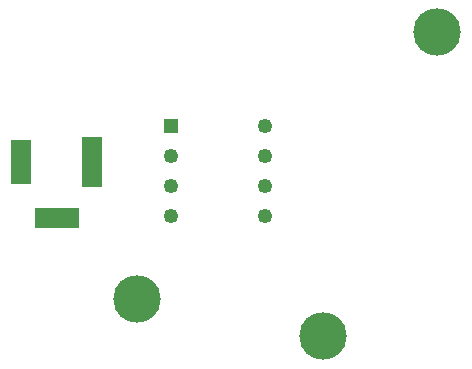
<source format=gbr>
G04*
G04 #@! TF.GenerationSoftware,Altium Limited,Altium Designer,24.8.2 (39)*
G04*
G04 Layer_Color=16711935*
%FSLAX25Y25*%
%MOIN*%
G70*
G04*
G04 #@! TF.SameCoordinates,7DA90572-2472-42F9-BF80-4CDDFEAFDCCF*
G04*
G04*
G04 #@! TF.FilePolarity,Negative*
G04*
G01*
G75*
%ADD31C,0.04921*%
%ADD32R,0.04921X0.04921*%
%ADD33R,0.14580X0.06706*%
%ADD34R,0.06706X0.14580*%
%ADD35R,0.06706X0.16548*%
%ADD36C,0.15800*%
D31*
X399630Y401500D02*
D03*
Y391500D02*
D03*
Y381500D02*
D03*
Y371500D02*
D03*
X368370D02*
D03*
Y381500D02*
D03*
Y391500D02*
D03*
D32*
Y401500D02*
D03*
D33*
X330311Y370996D02*
D03*
D34*
X318500Y389500D02*
D03*
D35*
X342122D02*
D03*
D36*
X357000Y344000D02*
D03*
X419000Y331500D02*
D03*
X457000Y433000D02*
D03*
M02*

</source>
